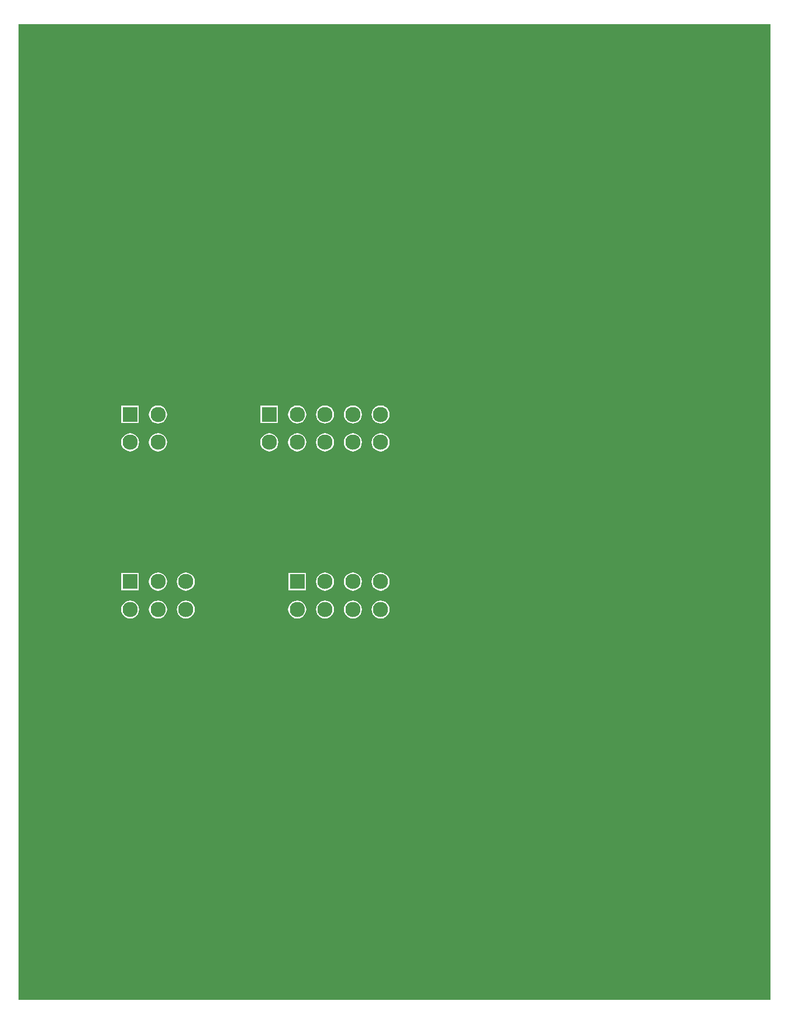
<source format=gtl>
G04*
G04 #@! TF.GenerationSoftware,Altium Limited,Altium Designer,18.1.7 (191)*
G04*
G04 Layer_Physical_Order=1*
G04 Layer_Color=255*
%FSLAX44Y44*%
%MOMM*%
G71*
G01*
G75*
%ADD13C,2.3000*%
%ADD14R,2.2269X2.2269*%
G36*
X2394000Y882000D02*
X1260000D01*
Y2352000D01*
X2394000D01*
Y882000D01*
D02*
G37*
%LPC*%
G36*
X1651135Y1777135D02*
X1624865D01*
Y1750865D01*
X1651135D01*
Y1777135D01*
D02*
G37*
G36*
X1441135D02*
X1414865D01*
Y1750865D01*
X1441135D01*
Y1777135D01*
D02*
G37*
G36*
X1806000Y1777616D02*
X1802476Y1777152D01*
X1799192Y1775792D01*
X1796372Y1773628D01*
X1794208Y1770808D01*
X1792848Y1767524D01*
X1792384Y1764000D01*
X1792848Y1760476D01*
X1794208Y1757192D01*
X1796372Y1754372D01*
X1799192Y1752208D01*
X1802476Y1750848D01*
X1806000Y1750384D01*
X1809524Y1750848D01*
X1812808Y1752208D01*
X1815628Y1754372D01*
X1817792Y1757192D01*
X1819152Y1760476D01*
X1819616Y1764000D01*
X1819152Y1767524D01*
X1817792Y1770808D01*
X1815628Y1773628D01*
X1812808Y1775792D01*
X1809524Y1777152D01*
X1806000Y1777616D01*
D02*
G37*
G36*
X1764000D02*
X1760476Y1777152D01*
X1757192Y1775792D01*
X1754372Y1773628D01*
X1752208Y1770808D01*
X1750848Y1767524D01*
X1750384Y1764000D01*
X1750848Y1760476D01*
X1752208Y1757192D01*
X1754372Y1754372D01*
X1757192Y1752208D01*
X1760476Y1750848D01*
X1764000Y1750384D01*
X1767524Y1750848D01*
X1770808Y1752208D01*
X1773628Y1754372D01*
X1775792Y1757192D01*
X1777152Y1760476D01*
X1777616Y1764000D01*
X1777152Y1767524D01*
X1775792Y1770808D01*
X1773628Y1773628D01*
X1770808Y1775792D01*
X1767524Y1777152D01*
X1764000Y1777616D01*
D02*
G37*
G36*
X1722000D02*
X1718476Y1777152D01*
X1715192Y1775792D01*
X1712372Y1773628D01*
X1710208Y1770808D01*
X1708848Y1767524D01*
X1708384Y1764000D01*
X1708848Y1760476D01*
X1710208Y1757192D01*
X1712372Y1754372D01*
X1715192Y1752208D01*
X1718476Y1750848D01*
X1722000Y1750384D01*
X1725524Y1750848D01*
X1728808Y1752208D01*
X1731628Y1754372D01*
X1733792Y1757192D01*
X1735152Y1760476D01*
X1735616Y1764000D01*
X1735152Y1767524D01*
X1733792Y1770808D01*
X1731628Y1773628D01*
X1728808Y1775792D01*
X1725524Y1777152D01*
X1722000Y1777616D01*
D02*
G37*
G36*
X1680000D02*
X1676476Y1777152D01*
X1673192Y1775792D01*
X1670372Y1773628D01*
X1668208Y1770808D01*
X1666848Y1767524D01*
X1666384Y1764000D01*
X1666848Y1760476D01*
X1668208Y1757192D01*
X1670372Y1754372D01*
X1673192Y1752208D01*
X1676476Y1750848D01*
X1680000Y1750384D01*
X1683524Y1750848D01*
X1686808Y1752208D01*
X1689628Y1754372D01*
X1691792Y1757192D01*
X1693152Y1760476D01*
X1693616Y1764000D01*
X1693152Y1767524D01*
X1691792Y1770808D01*
X1689628Y1773628D01*
X1686808Y1775792D01*
X1683524Y1777152D01*
X1680000Y1777616D01*
D02*
G37*
G36*
X1470000D02*
X1466476Y1777152D01*
X1463192Y1775792D01*
X1460372Y1773628D01*
X1458208Y1770808D01*
X1456848Y1767524D01*
X1456384Y1764000D01*
X1456848Y1760476D01*
X1458208Y1757192D01*
X1460372Y1754372D01*
X1463192Y1752208D01*
X1466476Y1750848D01*
X1470000Y1750384D01*
X1473524Y1750848D01*
X1476808Y1752208D01*
X1479628Y1754372D01*
X1481792Y1757192D01*
X1483152Y1760476D01*
X1483616Y1764000D01*
X1483152Y1767524D01*
X1481792Y1770808D01*
X1479628Y1773628D01*
X1476808Y1775792D01*
X1473524Y1777152D01*
X1470000Y1777616D01*
D02*
G37*
G36*
X1806000Y1735616D02*
X1802476Y1735152D01*
X1799192Y1733792D01*
X1796372Y1731628D01*
X1794208Y1728808D01*
X1792848Y1725524D01*
X1792384Y1722000D01*
X1792848Y1718476D01*
X1794208Y1715192D01*
X1796372Y1712372D01*
X1799192Y1710208D01*
X1802476Y1708848D01*
X1806000Y1708384D01*
X1809524Y1708848D01*
X1812808Y1710208D01*
X1815628Y1712372D01*
X1817792Y1715192D01*
X1819152Y1718476D01*
X1819616Y1722000D01*
X1819152Y1725524D01*
X1817792Y1728808D01*
X1815628Y1731628D01*
X1812808Y1733792D01*
X1809524Y1735152D01*
X1806000Y1735616D01*
D02*
G37*
G36*
X1764000D02*
X1760476Y1735152D01*
X1757192Y1733792D01*
X1754372Y1731628D01*
X1752208Y1728808D01*
X1750848Y1725524D01*
X1750384Y1722000D01*
X1750848Y1718476D01*
X1752208Y1715192D01*
X1754372Y1712372D01*
X1757192Y1710208D01*
X1760476Y1708848D01*
X1764000Y1708384D01*
X1767524Y1708848D01*
X1770808Y1710208D01*
X1773628Y1712372D01*
X1775792Y1715192D01*
X1777152Y1718476D01*
X1777616Y1722000D01*
X1777152Y1725524D01*
X1775792Y1728808D01*
X1773628Y1731628D01*
X1770808Y1733792D01*
X1767524Y1735152D01*
X1764000Y1735616D01*
D02*
G37*
G36*
X1722000D02*
X1718476Y1735152D01*
X1715192Y1733792D01*
X1712372Y1731628D01*
X1710208Y1728808D01*
X1708848Y1725524D01*
X1708384Y1722000D01*
X1708848Y1718476D01*
X1710208Y1715192D01*
X1712372Y1712372D01*
X1715192Y1710208D01*
X1718476Y1708848D01*
X1722000Y1708384D01*
X1725524Y1708848D01*
X1728808Y1710208D01*
X1731628Y1712372D01*
X1733792Y1715192D01*
X1735152Y1718476D01*
X1735616Y1722000D01*
X1735152Y1725524D01*
X1733792Y1728808D01*
X1731628Y1731628D01*
X1728808Y1733792D01*
X1725524Y1735152D01*
X1722000Y1735616D01*
D02*
G37*
G36*
X1680000D02*
X1676476Y1735152D01*
X1673192Y1733792D01*
X1670372Y1731628D01*
X1668208Y1728808D01*
X1666848Y1725524D01*
X1666384Y1722000D01*
X1666848Y1718476D01*
X1668208Y1715192D01*
X1670372Y1712372D01*
X1673192Y1710208D01*
X1676476Y1708848D01*
X1680000Y1708384D01*
X1683524Y1708848D01*
X1686808Y1710208D01*
X1689628Y1712372D01*
X1691792Y1715192D01*
X1693152Y1718476D01*
X1693616Y1722000D01*
X1693152Y1725524D01*
X1691792Y1728808D01*
X1689628Y1731628D01*
X1686808Y1733792D01*
X1683524Y1735152D01*
X1680000Y1735616D01*
D02*
G37*
G36*
X1638000D02*
X1634476Y1735152D01*
X1631192Y1733792D01*
X1628372Y1731628D01*
X1626208Y1728808D01*
X1624848Y1725524D01*
X1624384Y1722000D01*
X1624848Y1718476D01*
X1626208Y1715192D01*
X1628372Y1712372D01*
X1631192Y1710208D01*
X1634476Y1708848D01*
X1638000Y1708384D01*
X1641524Y1708848D01*
X1644808Y1710208D01*
X1647628Y1712372D01*
X1649792Y1715192D01*
X1651152Y1718476D01*
X1651616Y1722000D01*
X1651152Y1725524D01*
X1649792Y1728808D01*
X1647628Y1731628D01*
X1644808Y1733792D01*
X1641524Y1735152D01*
X1638000Y1735616D01*
D02*
G37*
G36*
X1470000D02*
X1466476Y1735152D01*
X1463192Y1733792D01*
X1460372Y1731628D01*
X1458208Y1728808D01*
X1456848Y1725524D01*
X1456384Y1722000D01*
X1456848Y1718476D01*
X1458208Y1715192D01*
X1460372Y1712372D01*
X1463192Y1710208D01*
X1466476Y1708848D01*
X1470000Y1708384D01*
X1473524Y1708848D01*
X1476808Y1710208D01*
X1479628Y1712372D01*
X1481792Y1715192D01*
X1483152Y1718476D01*
X1483616Y1722000D01*
X1483152Y1725524D01*
X1481792Y1728808D01*
X1479628Y1731628D01*
X1476808Y1733792D01*
X1473524Y1735152D01*
X1470000Y1735616D01*
D02*
G37*
G36*
X1428000D02*
X1424476Y1735152D01*
X1421192Y1733792D01*
X1418372Y1731628D01*
X1416208Y1728808D01*
X1414848Y1725524D01*
X1414384Y1722000D01*
X1414848Y1718476D01*
X1416208Y1715192D01*
X1418372Y1712372D01*
X1421192Y1710208D01*
X1424476Y1708848D01*
X1428000Y1708384D01*
X1431524Y1708848D01*
X1434808Y1710208D01*
X1437628Y1712372D01*
X1439792Y1715192D01*
X1441152Y1718476D01*
X1441616Y1722000D01*
X1441152Y1725524D01*
X1439792Y1728808D01*
X1437628Y1731628D01*
X1434808Y1733792D01*
X1431524Y1735152D01*
X1428000Y1735616D01*
D02*
G37*
G36*
X1693135Y1525135D02*
X1666865D01*
Y1498865D01*
X1693135D01*
Y1525135D01*
D02*
G37*
G36*
X1441135Y1525135D02*
X1414865D01*
Y1498865D01*
X1441135D01*
Y1525135D01*
D02*
G37*
G36*
X1806000Y1525616D02*
X1802476Y1525152D01*
X1799192Y1523792D01*
X1796372Y1521628D01*
X1794208Y1518808D01*
X1792848Y1515524D01*
X1792384Y1512000D01*
X1792848Y1508476D01*
X1794208Y1505192D01*
X1796372Y1502372D01*
X1799192Y1500208D01*
X1802476Y1498848D01*
X1806000Y1498384D01*
X1809524Y1498848D01*
X1812808Y1500208D01*
X1815628Y1502372D01*
X1817792Y1505192D01*
X1819152Y1508476D01*
X1819616Y1512000D01*
X1819152Y1515524D01*
X1817792Y1518808D01*
X1815628Y1521628D01*
X1812808Y1523792D01*
X1809524Y1525152D01*
X1806000Y1525616D01*
D02*
G37*
G36*
X1764000D02*
X1760476Y1525152D01*
X1757192Y1523792D01*
X1754372Y1521628D01*
X1752208Y1518808D01*
X1750848Y1515524D01*
X1750384Y1512000D01*
X1750848Y1508476D01*
X1752208Y1505192D01*
X1754372Y1502372D01*
X1757192Y1500208D01*
X1760476Y1498848D01*
X1764000Y1498384D01*
X1767524Y1498848D01*
X1770808Y1500208D01*
X1773628Y1502372D01*
X1775792Y1505192D01*
X1777152Y1508476D01*
X1777616Y1512000D01*
X1777152Y1515524D01*
X1775792Y1518808D01*
X1773628Y1521628D01*
X1770808Y1523792D01*
X1767524Y1525152D01*
X1764000Y1525616D01*
D02*
G37*
G36*
X1722000D02*
X1718476Y1525152D01*
X1715192Y1523792D01*
X1712372Y1521628D01*
X1710208Y1518808D01*
X1708848Y1515524D01*
X1708384Y1512000D01*
X1708848Y1508476D01*
X1710208Y1505192D01*
X1712372Y1502372D01*
X1715192Y1500208D01*
X1718476Y1498848D01*
X1722000Y1498384D01*
X1725524Y1498848D01*
X1728808Y1500208D01*
X1731628Y1502372D01*
X1733792Y1505192D01*
X1735152Y1508476D01*
X1735616Y1512000D01*
X1735152Y1515524D01*
X1733792Y1518808D01*
X1731628Y1521628D01*
X1728808Y1523792D01*
X1725524Y1525152D01*
X1722000Y1525616D01*
D02*
G37*
G36*
X1512000Y1525616D02*
X1508476Y1525152D01*
X1505192Y1523792D01*
X1502372Y1521628D01*
X1500208Y1518808D01*
X1498848Y1515524D01*
X1498384Y1512000D01*
X1498848Y1508476D01*
X1500208Y1505192D01*
X1502372Y1502372D01*
X1505192Y1500208D01*
X1508476Y1498848D01*
X1512000Y1498384D01*
X1515524Y1498848D01*
X1518808Y1500208D01*
X1521628Y1502372D01*
X1523792Y1505192D01*
X1525152Y1508476D01*
X1525616Y1512000D01*
X1525152Y1515524D01*
X1523792Y1518808D01*
X1521628Y1521628D01*
X1518808Y1523792D01*
X1515524Y1525152D01*
X1512000Y1525616D01*
D02*
G37*
G36*
X1470000D02*
X1466476Y1525152D01*
X1463192Y1523792D01*
X1460372Y1521628D01*
X1458208Y1518808D01*
X1456848Y1515524D01*
X1456384Y1512000D01*
X1456848Y1508476D01*
X1458208Y1505192D01*
X1460372Y1502372D01*
X1463192Y1500208D01*
X1466476Y1498848D01*
X1470000Y1498384D01*
X1473524Y1498848D01*
X1476808Y1500208D01*
X1479628Y1502372D01*
X1481792Y1505192D01*
X1483152Y1508476D01*
X1483616Y1512000D01*
X1483152Y1515524D01*
X1481792Y1518808D01*
X1479628Y1521628D01*
X1476808Y1523792D01*
X1473524Y1525152D01*
X1470000Y1525616D01*
D02*
G37*
G36*
X1806000Y1483616D02*
X1802476Y1483152D01*
X1799192Y1481792D01*
X1796372Y1479628D01*
X1794208Y1476808D01*
X1792848Y1473524D01*
X1792384Y1470000D01*
X1792848Y1466476D01*
X1794208Y1463192D01*
X1796372Y1460372D01*
X1799192Y1458208D01*
X1802476Y1456848D01*
X1806000Y1456384D01*
X1809524Y1456848D01*
X1812808Y1458208D01*
X1815628Y1460372D01*
X1817792Y1463192D01*
X1819152Y1466476D01*
X1819616Y1470000D01*
X1819152Y1473524D01*
X1817792Y1476808D01*
X1815628Y1479628D01*
X1812808Y1481792D01*
X1809524Y1483152D01*
X1806000Y1483616D01*
D02*
G37*
G36*
X1764000D02*
X1760476Y1483152D01*
X1757192Y1481792D01*
X1754372Y1479628D01*
X1752208Y1476808D01*
X1750848Y1473524D01*
X1750384Y1470000D01*
X1750848Y1466476D01*
X1752208Y1463192D01*
X1754372Y1460372D01*
X1757192Y1458208D01*
X1760476Y1456848D01*
X1764000Y1456384D01*
X1767524Y1456848D01*
X1770808Y1458208D01*
X1773628Y1460372D01*
X1775792Y1463192D01*
X1777152Y1466476D01*
X1777616Y1470000D01*
X1777152Y1473524D01*
X1775792Y1476808D01*
X1773628Y1479628D01*
X1770808Y1481792D01*
X1767524Y1483152D01*
X1764000Y1483616D01*
D02*
G37*
G36*
X1722000D02*
X1718476Y1483152D01*
X1715192Y1481792D01*
X1712372Y1479628D01*
X1710208Y1476808D01*
X1708848Y1473524D01*
X1708384Y1470000D01*
X1708848Y1466476D01*
X1710208Y1463192D01*
X1712372Y1460372D01*
X1715192Y1458208D01*
X1718476Y1456848D01*
X1722000Y1456384D01*
X1725524Y1456848D01*
X1728808Y1458208D01*
X1731628Y1460372D01*
X1733792Y1463192D01*
X1735152Y1466476D01*
X1735616Y1470000D01*
X1735152Y1473524D01*
X1733792Y1476808D01*
X1731628Y1479628D01*
X1728808Y1481792D01*
X1725524Y1483152D01*
X1722000Y1483616D01*
D02*
G37*
G36*
X1680000D02*
X1676476Y1483152D01*
X1673192Y1481792D01*
X1670372Y1479628D01*
X1668208Y1476808D01*
X1666848Y1473524D01*
X1666384Y1470000D01*
X1666848Y1466476D01*
X1668208Y1463192D01*
X1670372Y1460372D01*
X1673192Y1458208D01*
X1676476Y1456848D01*
X1680000Y1456384D01*
X1683524Y1456848D01*
X1686808Y1458208D01*
X1689628Y1460372D01*
X1691792Y1463192D01*
X1693152Y1466476D01*
X1693616Y1470000D01*
X1693152Y1473524D01*
X1691792Y1476808D01*
X1689628Y1479628D01*
X1686808Y1481792D01*
X1683524Y1483152D01*
X1680000Y1483616D01*
D02*
G37*
G36*
X1512000D02*
X1508476Y1483152D01*
X1505192Y1481792D01*
X1502372Y1479628D01*
X1500208Y1476808D01*
X1498848Y1473524D01*
X1498384Y1470000D01*
X1498848Y1466476D01*
X1500208Y1463192D01*
X1502372Y1460372D01*
X1505192Y1458208D01*
X1508476Y1456848D01*
X1512000Y1456384D01*
X1515524Y1456848D01*
X1518808Y1458208D01*
X1521628Y1460372D01*
X1523792Y1463192D01*
X1525152Y1466476D01*
X1525616Y1470000D01*
X1525152Y1473524D01*
X1523792Y1476808D01*
X1521628Y1479628D01*
X1518808Y1481792D01*
X1515524Y1483152D01*
X1512000Y1483616D01*
D02*
G37*
G36*
X1470000D02*
X1466476Y1483152D01*
X1463192Y1481792D01*
X1460372Y1479628D01*
X1458208Y1476808D01*
X1456848Y1473524D01*
X1456384Y1470000D01*
X1456848Y1466476D01*
X1458208Y1463192D01*
X1460372Y1460372D01*
X1463192Y1458208D01*
X1466476Y1456848D01*
X1470000Y1456384D01*
X1473524Y1456848D01*
X1476808Y1458208D01*
X1479628Y1460372D01*
X1481792Y1463192D01*
X1483152Y1466476D01*
X1483616Y1470000D01*
X1483152Y1473524D01*
X1481792Y1476808D01*
X1479628Y1479628D01*
X1476808Y1481792D01*
X1473524Y1483152D01*
X1470000Y1483616D01*
D02*
G37*
G36*
X1428000D02*
X1424476Y1483152D01*
X1421192Y1481792D01*
X1418372Y1479628D01*
X1416208Y1476808D01*
X1414848Y1473524D01*
X1414384Y1470000D01*
X1414848Y1466476D01*
X1416208Y1463192D01*
X1418372Y1460372D01*
X1421192Y1458208D01*
X1424476Y1456848D01*
X1428000Y1456384D01*
X1431524Y1456848D01*
X1434808Y1458208D01*
X1437628Y1460372D01*
X1439792Y1463192D01*
X1441152Y1466476D01*
X1441616Y1470000D01*
X1441152Y1473524D01*
X1439792Y1476808D01*
X1437628Y1479628D01*
X1434808Y1481792D01*
X1431524Y1483152D01*
X1428000Y1483616D01*
D02*
G37*
%LPD*%
D13*
X1512000Y1470000D02*
D03*
X1470000D02*
D03*
X1428000D02*
D03*
X1512000Y1512000D02*
D03*
X1470000D02*
D03*
X1470000Y1722000D02*
D03*
X1428000D02*
D03*
X1470000Y1764000D02*
D03*
X1806000Y1722000D02*
D03*
X1764000D02*
D03*
X1680000Y1764000D02*
D03*
X1722000D02*
D03*
X1764000D02*
D03*
X1806000D02*
D03*
X1638000Y1722000D02*
D03*
X1680000D02*
D03*
X1722000D02*
D03*
Y1512000D02*
D03*
X1764000D02*
D03*
X1806000D02*
D03*
X1680000Y1470000D02*
D03*
X1722000D02*
D03*
X1764000D02*
D03*
X1806000D02*
D03*
D14*
X1428000Y1512000D02*
D03*
X1428000Y1764000D02*
D03*
X1638000D02*
D03*
X1680000Y1512000D02*
D03*
M02*

</source>
